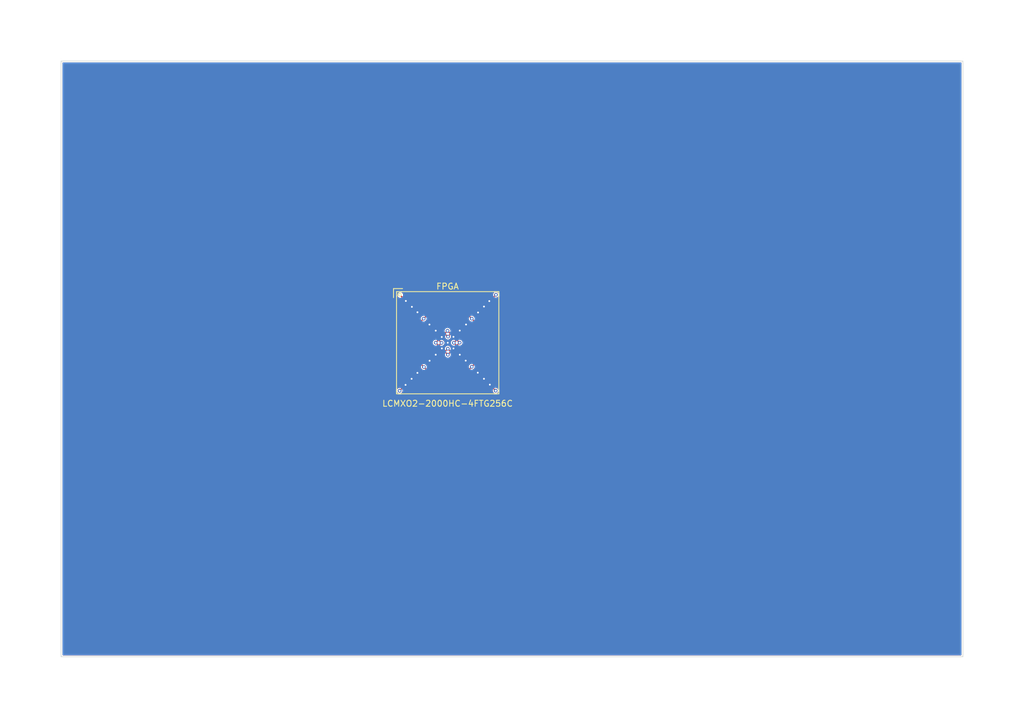
<source format=kicad_pcb>
(kicad_pcb (version 20171130) (host pcbnew "(5.0.1-3-g963ef8bb5)")
  (layers (0 F.Cu signal) (1 In1.Cu signal) (2 In2.Cu signal) (31 B.Cu signal) (34 B.Paste user) (35 F.Paste user) (36 B.SilkS user) (37 F.SilkS user) (38 B.Mask user) (39 F.Mask user) (44 Edge.Cuts user))
  (net 0 "")
  (net 1 3V3)
  (net 2 GND)
  (net 3 fpga_DONE)
  (net 4 fpga_TDO)
  (net 5 fpga_PROGRAMN)
  (net 6 fpga_TMS)
  (net 7 fpga_INITN)
  (net 8 fpga_TCK)
  (net 9 fpga_TDI)
  (net 10 NC)
  (module myelin-kicad:lattice_ftg256_fbga (layer F.Cu) (at 150.6018 69.6962)
    (fp_text reference FPGA (at -0.02298 -9.36866) (layer F.SilkS))
    (fp_text value LCMXO2-2000HC-4FTG256C (at -0.02298 10.11314) (layer F.SilkS))
    (fp_line (start -9 -9) (end -9 -7.5) (layer F.SilkS) (width 0.15))
    (fp_line (start -9 -9) (end -7.5 -9) (layer F.SilkS) (width 0.15))
    (fp_circle (center -8 -8) (end -8 -7.75) (layer F.SilkS) (width 0.15))
    (fp_line (start 8.5 -8.5) (end -8.5 -8.5) (layer F.SilkS) (width 0.15))
    (fp_line (start 8.5 8.5) (end 8.5 -8.5) (layer F.SilkS) (width 0.15))
    (fp_line (start -8.5 8.5) (end 8.5 8.5) (layer F.SilkS) (width 0.15))
    (fp_line (start -8.5 -8.5) (end -8.5 8.5) (layer F.SilkS) (width 0.15))
    (pad T16 smd circle (at 7.5 7.5) (size 0.4 0.4) (layers F.Cu F.Paste F.Mask) (net 1 3V3))
    (pad T15 smd circle (at 6.5 7.5) (size 0.4 0.4) (layers F.Cu F.Paste F.Mask))
    (pad T14 smd circle (at 5.5 7.5) (size 0.4 0.4) (layers F.Cu F.Paste F.Mask))
    (pad T13 smd circle (at 4.5 7.5) (size 0.4 0.4) (layers F.Cu F.Paste F.Mask))
    (pad T12 smd circle (at 3.5 7.5) (size 0.4 0.4) (layers F.Cu F.Paste F.Mask))
    (pad T11 smd circle (at 2.5 7.5) (size 0.4 0.4) (layers F.Cu F.Paste F.Mask))
    (pad T10 smd circle (at 1.5 7.5) (size 0.4 0.4) (layers F.Cu F.Paste F.Mask))
    (pad T9 smd circle (at 0.5 7.5) (size 0.4 0.4) (layers F.Cu F.Paste F.Mask))
    (pad T8 smd circle (at -0.5 7.5) (size 0.4 0.4) (layers F.Cu F.Paste F.Mask))
    (pad T7 smd circle (at -1.5 7.5) (size 0.4 0.4) (layers F.Cu F.Paste F.Mask))
    (pad T6 smd circle (at -2.5 7.5) (size 0.4 0.4) (layers F.Cu F.Paste F.Mask))
    (pad T5 smd circle (at -3.5 7.5) (size 0.4 0.4) (layers F.Cu F.Paste F.Mask))
    (pad T4 smd circle (at -4.5 7.5) (size 0.4 0.4) (layers F.Cu F.Paste F.Mask))
    (pad T3 smd circle (at -5.5 7.5) (size 0.4 0.4) (layers F.Cu F.Paste F.Mask))
    (pad T2 smd circle (at -6.5 7.5) (size 0.4 0.4) (layers F.Cu F.Paste F.Mask))
    (pad T1 smd circle (at -7.5 7.5) (size 0.4 0.4) (layers F.Cu F.Paste F.Mask) (net 1 3V3))
    (pad R16 smd circle (at 7.5 6.5) (size 0.4 0.4) (layers F.Cu F.Paste F.Mask))
    (pad R15 smd circle (at 6.5 6.5) (size 0.4 0.4) (layers F.Cu F.Paste F.Mask) (net 2 GND))
    (pad R14 smd circle (at 5.5 6.5) (size 0.4 0.4) (layers F.Cu F.Paste F.Mask))
    (pad R13 smd circle (at 4.5 6.5) (size 0.4 0.4) (layers F.Cu F.Paste F.Mask))
    (pad R12 smd circle (at 3.5 6.5) (size 0.4 0.4) (layers F.Cu F.Paste F.Mask))
    (pad R11 smd circle (at 2.5 6.5) (size 0.4 0.4) (layers F.Cu F.Paste F.Mask))
    (pad R10 smd circle (at 1.5 6.5) (size 0.4 0.4) (layers F.Cu F.Paste F.Mask))
    (pad R9 smd circle (at 0.5 6.5) (size 0.4 0.4) (layers F.Cu F.Paste F.Mask))
    (pad R8 smd circle (at -0.5 6.5) (size 0.4 0.4) (layers F.Cu F.Paste F.Mask))
    (pad R7 smd circle (at -1.5 6.5) (size 0.4 0.4) (layers F.Cu F.Paste F.Mask))
    (pad R6 smd circle (at -2.5 6.5) (size 0.4 0.4) (layers F.Cu F.Paste F.Mask))
    (pad R5 smd circle (at -3.5 6.5) (size 0.4 0.4) (layers F.Cu F.Paste F.Mask))
    (pad R4 smd circle (at -4.5 6.5) (size 0.4 0.4) (layers F.Cu F.Paste F.Mask))
    (pad R3 smd circle (at -5.5 6.5) (size 0.4 0.4) (layers F.Cu F.Paste F.Mask))
    (pad R2 smd circle (at -6.5 6.5) (size 0.4 0.4) (layers F.Cu F.Paste F.Mask) (net 2 GND))
    (pad R1 smd circle (at -7.5 6.5) (size 0.4 0.4) (layers F.Cu F.Paste F.Mask))
    (pad P16 smd circle (at 7.5 5.5) (size 0.4 0.4) (layers F.Cu F.Paste F.Mask))
    (pad P15 smd circle (at 6.5 5.5) (size 0.4 0.4) (layers F.Cu F.Paste F.Mask))
    (pad P14 smd circle (at 5.5 5.5) (size 0.4 0.4) (layers F.Cu F.Paste F.Mask) (net 2 GND))
    (pad P13 smd circle (at 4.5 5.5) (size 0.4 0.4) (layers F.Cu F.Paste F.Mask))
    (pad P12 smd circle (at 3.5 5.5) (size 0.4 0.4) (layers F.Cu F.Paste F.Mask))
    (pad P11 smd circle (at 2.5 5.5) (size 0.4 0.4) (layers F.Cu F.Paste F.Mask))
    (pad P10 smd circle (at 1.5 5.5) (size 0.4 0.4) (layers F.Cu F.Paste F.Mask))
    (pad P9 smd circle (at 0.5 5.5) (size 0.4 0.4) (layers F.Cu F.Paste F.Mask))
    (pad P8 smd circle (at -0.5 5.5) (size 0.4 0.4) (layers F.Cu F.Paste F.Mask))
    (pad P7 smd circle (at -1.5 5.5) (size 0.4 0.4) (layers F.Cu F.Paste F.Mask))
    (pad P6 smd circle (at -2.5 5.5) (size 0.4 0.4) (layers F.Cu F.Paste F.Mask))
    (pad P5 smd circle (at -3.5 5.5) (size 0.4 0.4) (layers F.Cu F.Paste F.Mask))
    (pad P4 smd circle (at -4.5 5.5) (size 0.4 0.4) (layers F.Cu F.Paste F.Mask))
    (pad P3 smd circle (at -5.5 5.5) (size 0.4 0.4) (layers F.Cu F.Paste F.Mask) (net 2 GND))
    (pad P2 smd circle (at -6.5 5.5) (size 0.4 0.4) (layers F.Cu F.Paste F.Mask))
    (pad P1 smd circle (at -7.5 5.5) (size 0.4 0.4) (layers F.Cu F.Paste F.Mask))
    (pad N16 smd circle (at 7.5 4.5) (size 0.4 0.4) (layers F.Cu F.Paste F.Mask))
    (pad N15 smd circle (at 6.5 4.5) (size 0.4 0.4) (layers F.Cu F.Paste F.Mask))
    (pad N14 smd circle (at 5.5 4.5) (size 0.4 0.4) (layers F.Cu F.Paste F.Mask))
    (pad N13 smd circle (at 4.5 4.5) (size 0.4 0.4) (layers F.Cu F.Paste F.Mask) (net 2 GND))
    (pad N12 smd circle (at 3.5 4.5) (size 0.4 0.4) (layers F.Cu F.Paste F.Mask) (net 1 3V3))
    (pad N11 smd circle (at 2.5 4.5) (size 0.4 0.4) (layers F.Cu F.Paste F.Mask))
    (pad N10 smd circle (at 1.5 4.5) (size 0.4 0.4) (layers F.Cu F.Paste F.Mask))
    (pad N9 smd circle (at 0.5 4.5) (size 0.4 0.4) (layers F.Cu F.Paste F.Mask))
    (pad N8 smd circle (at -0.5 4.5) (size 0.4 0.4) (layers F.Cu F.Paste F.Mask))
    (pad N7 smd circle (at -1.5 4.5) (size 0.4 0.4) (layers F.Cu F.Paste F.Mask))
    (pad N6 smd circle (at -2.5 4.5) (size 0.4 0.4) (layers F.Cu F.Paste F.Mask))
    (pad N5 smd circle (at -3.5 4.5) (size 0.4 0.4) (layers F.Cu F.Paste F.Mask) (net 1 3V3))
    (pad N4 smd circle (at -4.5 4.5) (size 0.4 0.4) (layers F.Cu F.Paste F.Mask) (net 2 GND))
    (pad N3 smd circle (at -5.5 4.5) (size 0.4 0.4) (layers F.Cu F.Paste F.Mask))
    (pad N2 smd circle (at -6.5 4.5) (size 0.4 0.4) (layers F.Cu F.Paste F.Mask))
    (pad N1 smd circle (at -7.5 4.5) (size 0.4 0.4) (layers F.Cu F.Paste F.Mask))
    (pad M16 smd circle (at 7.5 3.5) (size 0.4 0.4) (layers F.Cu F.Paste F.Mask))
    (pad M15 smd circle (at 6.5 3.5) (size 0.4 0.4) (layers F.Cu F.Paste F.Mask))
    (pad M14 smd circle (at 5.5 3.5) (size 0.4 0.4) (layers F.Cu F.Paste F.Mask))
    (pad M13 smd circle (at 4.5 3.5) (size 0.4 0.4) (layers F.Cu F.Paste F.Mask) (net 1 3V3))
    (pad M12 smd circle (at 3.5 3.5) (size 0.4 0.4) (layers F.Cu F.Paste F.Mask) (net 2 GND))
    (pad M11 smd circle (at 2.5 3.5) (size 0.4 0.4) (layers F.Cu F.Paste F.Mask))
    (pad M10 smd circle (at 1.5 3.5) (size 0.4 0.4) (layers F.Cu F.Paste F.Mask))
    (pad M9 smd circle (at 0.5 3.5) (size 0.4 0.4) (layers F.Cu F.Paste F.Mask))
    (pad M8 smd circle (at -0.5 3.5) (size 0.4 0.4) (layers F.Cu F.Paste F.Mask))
    (pad M7 smd circle (at -1.5 3.5) (size 0.4 0.4) (layers F.Cu F.Paste F.Mask))
    (pad M6 smd circle (at -2.5 3.5) (size 0.4 0.4) (layers F.Cu F.Paste F.Mask))
    (pad M5 smd circle (at -3.5 3.5) (size 0.4 0.4) (layers F.Cu F.Paste F.Mask) (net 2 GND))
    (pad M4 smd circle (at -4.5 3.5) (size 0.4 0.4) (layers F.Cu F.Paste F.Mask) (net 1 3V3))
    (pad M3 smd circle (at -5.5 3.5) (size 0.4 0.4) (layers F.Cu F.Paste F.Mask))
    (pad M2 smd circle (at -6.5 3.5) (size 0.4 0.4) (layers F.Cu F.Paste F.Mask))
    (pad M1 smd circle (at -7.5 3.5) (size 0.4 0.4) (layers F.Cu F.Paste F.Mask))
    (pad L16 smd circle (at 7.5 2.5) (size 0.4 0.4) (layers F.Cu F.Paste F.Mask))
    (pad L15 smd circle (at 6.5 2.5) (size 0.4 0.4) (layers F.Cu F.Paste F.Mask))
    (pad L14 smd circle (at 5.5 2.5) (size 0.4 0.4) (layers F.Cu F.Paste F.Mask))
    (pad L13 smd circle (at 4.5 2.5) (size 0.4 0.4) (layers F.Cu F.Paste F.Mask))
    (pad L12 smd circle (at 3.5 2.5) (size 0.4 0.4) (layers F.Cu F.Paste F.Mask))
    (pad L11 smd circle (at 2.5 2.5) (size 0.4 0.4) (layers F.Cu F.Paste F.Mask) (net 2 GND))
    (pad L10 smd circle (at 1.5 2.5) (size 0.4 0.4) (layers F.Cu F.Paste F.Mask))
    (pad L9 smd circle (at 0.5 2.5) (size 0.4 0.4) (layers F.Cu F.Paste F.Mask))
    (pad L8 smd circle (at -0.5 2.5) (size 0.4 0.4) (layers F.Cu F.Paste F.Mask))
    (pad L7 smd circle (at -1.5 2.5) (size 0.4 0.4) (layers F.Cu F.Paste F.Mask))
    (pad L6 smd circle (at -2.5 2.5) (size 0.4 0.4) (layers F.Cu F.Paste F.Mask) (net 2 GND))
    (pad L5 smd circle (at -3.5 2.5) (size 0.4 0.4) (layers F.Cu F.Paste F.Mask))
    (pad L4 smd circle (at -4.5 2.5) (size 0.4 0.4) (layers F.Cu F.Paste F.Mask))
    (pad L3 smd circle (at -5.5 2.5) (size 0.4 0.4) (layers F.Cu F.Paste F.Mask))
    (pad L2 smd circle (at -6.5 2.5) (size 0.4 0.4) (layers F.Cu F.Paste F.Mask))
    (pad L1 smd circle (at -7.5 2.5) (size 0.4 0.4) (layers F.Cu F.Paste F.Mask))
    (pad K16 smd circle (at 7.5 1.5) (size 0.4 0.4) (layers F.Cu F.Paste F.Mask))
    (pad K15 smd circle (at 6.5 1.5) (size 0.4 0.4) (layers F.Cu F.Paste F.Mask))
    (pad K14 smd circle (at 5.5 1.5) (size 0.4 0.4) (layers F.Cu F.Paste F.Mask))
    (pad K13 smd circle (at 4.5 1.5) (size 0.4 0.4) (layers F.Cu F.Paste F.Mask))
    (pad K12 smd circle (at 3.5 1.5) (size 0.4 0.4) (layers F.Cu F.Paste F.Mask))
    (pad K11 smd circle (at 2.5 1.5) (size 0.4 0.4) (layers F.Cu F.Paste F.Mask))
    (pad K10 smd circle (at 1.5 1.5) (size 0.4 0.4) (layers F.Cu F.Paste F.Mask) (net 1 3V3))
    (pad K9 smd circle (at 0.5 1.5) (size 0.4 0.4) (layers F.Cu F.Paste F.Mask) (net 1 3V3))
    (pad K8 smd circle (at -0.5 1.5) (size 0.4 0.4) (layers F.Cu F.Paste F.Mask) (net 1 3V3))
    (pad K7 smd circle (at -1.5 1.5) (size 0.4 0.4) (layers F.Cu F.Paste F.Mask) (net 1 3V3))
    (pad K6 smd circle (at -2.5 1.5) (size 0.4 0.4) (layers F.Cu F.Paste F.Mask))
    (pad K5 smd circle (at -3.5 1.5) (size 0.4 0.4) (layers F.Cu F.Paste F.Mask))
    (pad K4 smd circle (at -4.5 1.5) (size 0.4 0.4) (layers F.Cu F.Paste F.Mask))
    (pad K3 smd circle (at -5.5 1.5) (size 0.4 0.4) (layers F.Cu F.Paste F.Mask))
    (pad K2 smd circle (at -6.5 1.5) (size 0.4 0.4) (layers F.Cu F.Paste F.Mask))
    (pad K1 smd circle (at -7.5 1.5) (size 0.4 0.4) (layers F.Cu F.Paste F.Mask))
    (pad J16 smd circle (at 7.5 0.5) (size 0.4 0.4) (layers F.Cu F.Paste F.Mask))
    (pad J15 smd circle (at 6.5 0.5) (size 0.4 0.4) (layers F.Cu F.Paste F.Mask))
    (pad J14 smd circle (at 5.5 0.5) (size 0.4 0.4) (layers F.Cu F.Paste F.Mask))
    (pad J13 smd circle (at 4.5 0.5) (size 0.4 0.4) (layers F.Cu F.Paste F.Mask))
    (pad J12 smd circle (at 3.5 0.5) (size 0.4 0.4) (layers F.Cu F.Paste F.Mask))
    (pad J11 smd circle (at 2.5 0.5) (size 0.4 0.4) (layers F.Cu F.Paste F.Mask))
    (pad J10 smd circle (at 1.5 0.5) (size 0.4 0.4) (layers F.Cu F.Paste F.Mask) (net 1 3V3))
    (pad J9 smd circle (at 0.5 0.5) (size 0.4 0.4) (layers F.Cu F.Paste F.Mask) (net 2 GND))
    (pad J8 smd circle (at -0.5 0.5) (size 0.4 0.4) (layers F.Cu F.Paste F.Mask) (net 2 GND))
    (pad J7 smd circle (at -1.5 0.5) (size 0.4 0.4) (layers F.Cu F.Paste F.Mask) (net 1 3V3))
    (pad J6 smd circle (at -2.5 0.5) (size 0.4 0.4) (layers F.Cu F.Paste F.Mask))
    (pad J5 smd circle (at -3.5 0.5) (size 0.4 0.4) (layers F.Cu F.Paste F.Mask))
    (pad J4 smd circle (at -4.5 0.5) (size 0.4 0.4) (layers F.Cu F.Paste F.Mask))
    (pad J3 smd circle (at -5.5 0.5) (size 0.4 0.4) (layers F.Cu F.Paste F.Mask))
    (pad J2 smd circle (at -6.5 0.5) (size 0.4 0.4) (layers F.Cu F.Paste F.Mask))
    (pad J1 smd circle (at -7.5 0.5) (size 0.4 0.4) (layers F.Cu F.Paste F.Mask))
    (pad H16 smd circle (at 7.5 -0.5) (size 0.4 0.4) (layers F.Cu F.Paste F.Mask))
    (pad H15 smd circle (at 6.5 -0.5) (size 0.4 0.4) (layers F.Cu F.Paste F.Mask))
    (pad H14 smd circle (at 5.5 -0.5) (size 0.4 0.4) (layers F.Cu F.Paste F.Mask))
    (pad H13 smd circle (at 4.5 -0.5) (size 0.4 0.4) (layers F.Cu F.Paste F.Mask))
    (pad H12 smd circle (at 3.5 -0.5) (size 0.4 0.4) (layers F.Cu F.Paste F.Mask))
    (pad H11 smd circle (at 2.5 -0.5) (size 0.4 0.4) (layers F.Cu F.Paste F.Mask))
    (pad H10 smd circle (at 1.5 -0.5) (size 0.4 0.4) (layers F.Cu F.Paste F.Mask) (net 1 3V3))
    (pad H9 smd circle (at 0.5 -0.5) (size 0.4 0.4) (layers F.Cu F.Paste F.Mask) (net 2 GND))
    (pad H8 smd circle (at -0.5 -0.5) (size 0.4 0.4) (layers F.Cu F.Paste F.Mask) (net 2 GND))
    (pad H7 smd circle (at -1.5 -0.5) (size 0.4 0.4) (layers F.Cu F.Paste F.Mask) (net 1 3V3))
    (pad H6 smd circle (at -2.5 -0.5) (size 0.4 0.4) (layers F.Cu F.Paste F.Mask))
    (pad H5 smd circle (at -3.5 -0.5) (size 0.4 0.4) (layers F.Cu F.Paste F.Mask))
    (pad H4 smd circle (at -4.5 -0.5) (size 0.4 0.4) (layers F.Cu F.Paste F.Mask))
    (pad H3 smd circle (at -5.5 -0.5) (size 0.4 0.4) (layers F.Cu F.Paste F.Mask))
    (pad H2 smd circle (at -6.5 -0.5) (size 0.4 0.4) (layers F.Cu F.Paste F.Mask))
    (pad H1 smd circle (at -7.5 -0.5) (size 0.4 0.4) (layers F.Cu F.Paste F.Mask))
    (pad G16 smd circle (at 7.5 -1.5) (size 0.4 0.4) (layers F.Cu F.Paste F.Mask))
    (pad G15 smd circle (at 6.5 -1.5) (size 0.4 0.4) (layers F.Cu F.Paste F.Mask))
    (pad G14 smd circle (at 5.5 -1.5) (size 0.4 0.4) (layers F.Cu F.Paste F.Mask))
    (pad G13 smd circle (at 4.5 -1.5) (size 0.4 0.4) (layers F.Cu F.Paste F.Mask))
    (pad G12 smd circle (at 3.5 -1.5) (size 0.4 0.4) (layers F.Cu F.Paste F.Mask))
    (pad G11 smd circle (at 2.5 -1.5) (size 0.4 0.4) (layers F.Cu F.Paste F.Mask))
    (pad G10 smd circle (at 1.5 -1.5) (size 0.4 0.4) (layers F.Cu F.Paste F.Mask) (net 1 3V3))
    (pad G9 smd circle (at 0.5 -1.5) (size 0.4 0.4) (layers F.Cu F.Paste F.Mask) (net 1 3V3))
    (pad G8 smd circle (at -0.5 -1.5) (size 0.4 0.4) (layers F.Cu F.Paste F.Mask) (net 1 3V3))
    (pad G7 smd circle (at -1.5 -1.5) (size 0.4 0.4) (layers F.Cu F.Paste F.Mask) (net 1 3V3))
    (pad G6 smd circle (at -2.5 -1.5) (size 0.4 0.4) (layers F.Cu F.Paste F.Mask))
    (pad G5 smd circle (at -3.5 -1.5) (size 0.4 0.4) (layers F.Cu F.Paste F.Mask))
    (pad G4 smd circle (at -4.5 -1.5) (size 0.4 0.4) (layers F.Cu F.Paste F.Mask))
    (pad G3 smd circle (at -5.5 -1.5) (size 0.4 0.4) (layers F.Cu F.Paste F.Mask))
    (pad G2 smd circle (at -6.5 -1.5) (size 0.4 0.4) (layers F.Cu F.Paste F.Mask))
    (pad G1 smd circle (at -7.5 -1.5) (size 0.4 0.4) (layers F.Cu F.Paste F.Mask))
    (pad F16 smd circle (at 7.5 -2.5) (size 0.4 0.4) (layers F.Cu F.Paste F.Mask))
    (pad F15 smd circle (at 6.5 -2.5) (size 0.4 0.4) (layers F.Cu F.Paste F.Mask))
    (pad F14 smd circle (at 5.5 -2.5) (size 0.4 0.4) (layers F.Cu F.Paste F.Mask))
    (pad F13 smd circle (at 4.5 -2.5) (size 0.4 0.4) (layers F.Cu F.Paste F.Mask))
    (pad F12 smd circle (at 3.5 -2.5) (size 0.4 0.4) (layers F.Cu F.Paste F.Mask))
    (pad F11 smd circle (at 2.5 -2.5) (size 0.4 0.4) (layers F.Cu F.Paste F.Mask) (net 2 GND))
    (pad F10 smd circle (at 1.5 -2.5) (size 0.4 0.4) (layers F.Cu F.Paste F.Mask))
    (pad F9 smd circle (at 0.5 -2.5) (size 0.4 0.4) (layers F.Cu F.Paste F.Mask))
    (pad F8 smd circle (at -0.5 -2.5) (size 0.4 0.4) (layers F.Cu F.Paste F.Mask))
    (pad F7 smd circle (at -1.5 -2.5) (size 0.4 0.4) (layers F.Cu F.Paste F.Mask))
    (pad F6 smd circle (at -2.5 -2.5) (size 0.4 0.4) (layers F.Cu F.Paste F.Mask) (net 2 GND))
    (pad F5 smd circle (at -3.5 -2.5) (size 0.4 0.4) (layers F.Cu F.Paste F.Mask))
    (pad F4 smd circle (at -4.5 -2.5) (size 0.4 0.4) (layers F.Cu F.Paste F.Mask))
    (pad F3 smd circle (at -5.5 -2.5) (size 0.4 0.4) (layers F.Cu F.Paste F.Mask))
    (pad F2 smd circle (at -6.5 -2.5) (size 0.4 0.4) (layers F.Cu F.Paste F.Mask))
    (pad F1 smd circle (at -7.5 -2.5) (size 0.4 0.4) (layers F.Cu F.Paste F.Mask))
    (pad E16 smd circle (at 7.5 -3.5) (size 0.4 0.4) (layers F.Cu F.Paste F.Mask))
    (pad E15 smd circle (at 6.5 -3.5) (size 0.4 0.4) (layers F.Cu F.Paste F.Mask))
    (pad E14 smd circle (at 5.5 -3.5) (size 0.4 0.4) (layers F.Cu F.Paste F.Mask))
    (pad E13 smd circle (at 4.5 -3.5) (size 0.4 0.4) (layers F.Cu F.Paste F.Mask) (net 1 3V3))
    (pad E12 smd circle (at 3.5 -3.5) (size 0.4 0.4) (layers F.Cu F.Paste F.Mask) (net 2 GND))
    (pad E11 smd circle (at 2.5 -3.5) (size 0.4 0.4) (layers F.Cu F.Paste F.Mask))
    (pad E10 smd circle (at 1.5 -3.5) (size 0.4 0.4) (layers F.Cu F.Paste F.Mask))
    (pad E9 smd circle (at 0.5 -3.5) (size 0.4 0.4) (layers F.Cu F.Paste F.Mask))
    (pad E8 smd circle (at -0.5 -3.5) (size 0.4 0.4) (layers F.Cu F.Paste F.Mask))
    (pad E7 smd circle (at -1.5 -3.5) (size 0.4 0.4) (layers F.Cu F.Paste F.Mask))
    (pad E6 smd circle (at -2.5 -3.5) (size 0.4 0.4) (layers F.Cu F.Paste F.Mask))
    (pad E5 smd circle (at -3.5 -3.5) (size 0.4 0.4) (layers F.Cu F.Paste F.Mask) (net 2 GND))
    (pad E4 smd circle (at -4.5 -3.5) (size 0.4 0.4) (layers F.Cu F.Paste F.Mask) (net 1 3V3))
    (pad E3 smd circle (at -5.5 -3.5) (size 0.4 0.4) (layers F.Cu F.Paste F.Mask))
    (pad E2 smd circle (at -6.5 -3.5) (size 0.4 0.4) (layers F.Cu F.Paste F.Mask))
    (pad E1 smd circle (at -7.5 -3.5) (size 0.4 0.4) (layers F.Cu F.Paste F.Mask))
    (pad D16 smd circle (at 7.5 -4.5) (size 0.4 0.4) (layers F.Cu F.Paste F.Mask))
    (pad D15 smd circle (at 6.5 -4.5) (size 0.4 0.4) (layers F.Cu F.Paste F.Mask))
    (pad D14 smd circle (at 5.5 -4.5) (size 0.4 0.4) (layers F.Cu F.Paste F.Mask))
    (pad D13 smd circle (at 4.5 -4.5) (size 0.4 0.4) (layers F.Cu F.Paste F.Mask) (net 2 GND))
    (pad D12 smd circle (at 3.5 -4.5) (size 0.4 0.4) (layers F.Cu F.Paste F.Mask) (net 1 3V3))
    (pad D11 smd circle (at 2.5 -4.5) (size 0.4 0.4) (layers F.Cu F.Paste F.Mask))
    (pad D10 smd circle (at 1.5 -4.5) (size 0.4 0.4) (layers F.Cu F.Paste F.Mask))
    (pad D9 smd circle (at 0.5 -4.5) (size 0.4 0.4) (layers F.Cu F.Paste F.Mask))
    (pad D8 smd circle (at -0.5 -4.5) (size 0.4 0.4) (layers F.Cu F.Paste F.Mask))
    (pad D7 smd circle (at -1.5 -4.5) (size 0.4 0.4) (layers F.Cu F.Paste F.Mask))
    (pad D6 smd circle (at -2.5 -4.5) (size 0.4 0.4) (layers F.Cu F.Paste F.Mask))
    (pad D5 smd circle (at -3.5 -4.5) (size 0.4 0.4) (layers F.Cu F.Paste F.Mask) (net 1 3V3))
    (pad D4 smd circle (at -4.5 -4.5) (size 0.4 0.4) (layers F.Cu F.Paste F.Mask) (net 2 GND))
    (pad D3 smd circle (at -5.5 -4.5) (size 0.4 0.4) (layers F.Cu F.Paste F.Mask))
    (pad D2 smd circle (at -6.5 -4.5) (size 0.4 0.4) (layers F.Cu F.Paste F.Mask))
    (pad D1 smd circle (at -7.5 -4.5) (size 0.4 0.4) (layers F.Cu F.Paste F.Mask))
    (pad C16 smd circle (at 7.5 -5.5) (size 0.4 0.4) (layers F.Cu F.Paste F.Mask))
    (pad C15 smd circle (at 6.5 -5.5) (size 0.4 0.4) (layers F.Cu F.Paste F.Mask))
    (pad C14 smd circle (at 5.5 -5.5) (size 0.4 0.4) (layers F.Cu F.Paste F.Mask) (net 2 GND))
    (pad C13 smd circle (at 4.5 -5.5) (size 0.4 0.4) (layers F.Cu F.Paste F.Mask) (net 3 fpga_DONE))
    (pad C12 smd circle (at 3.5 -5.5) (size 0.4 0.4) (layers F.Cu F.Paste F.Mask))
    (pad C11 smd circle (at 2.5 -5.5) (size 0.4 0.4) (layers F.Cu F.Paste F.Mask))
    (pad C10 smd circle (at 1.5 -5.5) (size 0.4 0.4) (layers F.Cu F.Paste F.Mask))
    (pad C9 smd circle (at 0.5 -5.5) (size 0.4 0.4) (layers F.Cu F.Paste F.Mask))
    (pad C8 smd circle (at -0.5 -5.5) (size 0.4 0.4) (layers F.Cu F.Paste F.Mask))
    (pad C7 smd circle (at -1.5 -5.5) (size 0.4 0.4) (layers F.Cu F.Paste F.Mask))
    (pad C6 smd circle (at -2.5 -5.5) (size 0.4 0.4) (layers F.Cu F.Paste F.Mask) (net 4 fpga_TDO))
    (pad C5 smd circle (at -3.5 -5.5) (size 0.4 0.4) (layers F.Cu F.Paste F.Mask))
    (pad C4 smd circle (at -4.5 -5.5) (size 0.4 0.4) (layers F.Cu F.Paste F.Mask))
    (pad C3 smd circle (at -5.5 -5.5) (size 0.4 0.4) (layers F.Cu F.Paste F.Mask) (net 2 GND))
    (pad C2 smd circle (at -6.5 -5.5) (size 0.4 0.4) (layers F.Cu F.Paste F.Mask))
    (pad C1 smd circle (at -7.5 -5.5) (size 0.4 0.4) (layers F.Cu F.Paste F.Mask))
    (pad B16 smd circle (at 7.5 -6.5) (size 0.4 0.4) (layers F.Cu F.Paste F.Mask))
    (pad B15 smd circle (at 6.5 -6.5) (size 0.4 0.4) (layers F.Cu F.Paste F.Mask) (net 2 GND))
    (pad B14 smd circle (at 5.5 -6.5) (size 0.4 0.4) (layers F.Cu F.Paste F.Mask))
    (pad B13 smd circle (at 4.5 -6.5) (size 0.4 0.4) (layers F.Cu F.Paste F.Mask))
    (pad B12 smd circle (at 3.5 -6.5) (size 0.4 0.4) (layers F.Cu F.Paste F.Mask))
    (pad B11 smd circle (at 2.5 -6.5) (size 0.4 0.4) (layers F.Cu F.Paste F.Mask))
    (pad B10 smd circle (at 1.5 -6.5) (size 0.4 0.4) (layers F.Cu F.Paste F.Mask) (net 5 fpga_PROGRAMN))
    (pad B9 smd circle (at 0.5 -6.5) (size 0.4 0.4) (layers F.Cu F.Paste F.Mask))
    (pad B8 smd circle (at -0.5 -6.5) (size 0.4 0.4) (layers F.Cu F.Paste F.Mask) (net 6 fpga_TMS))
    (pad B7 smd circle (at -1.5 -6.5) (size 0.4 0.4) (layers F.Cu F.Paste F.Mask))
    (pad B6 smd circle (at -2.5 -6.5) (size 0.4 0.4) (layers F.Cu F.Paste F.Mask))
    (pad B5 smd circle (at -3.5 -6.5) (size 0.4 0.4) (layers F.Cu F.Paste F.Mask))
    (pad B4 smd circle (at -4.5 -6.5) (size 0.4 0.4) (layers F.Cu F.Paste F.Mask))
    (pad B3 smd circle (at -5.5 -6.5) (size 0.4 0.4) (layers F.Cu F.Paste F.Mask))
    (pad B2 smd circle (at -6.5 -6.5) (size 0.4 0.4) (layers F.Cu F.Paste F.Mask) (net 2 GND))
    (pad B1 smd circle (at -7.5 -6.5) (size 0.4 0.4) (layers F.Cu F.Paste F.Mask))
    (pad A16 smd circle (at 7.5 -7.5) (size 0.4 0.4) (layers F.Cu F.Paste F.Mask) (net 1 3V3))
    (pad A15 smd circle (at 6.5 -7.5) (size 0.4 0.4) (layers F.Cu F.Paste F.Mask))
    (pad A14 smd circle (at 5.5 -7.5) (size 0.4 0.4) (layers F.Cu F.Paste F.Mask))
    (pad A13 smd circle (at 4.5 -7.5) (size 0.4 0.4) (layers F.Cu F.Paste F.Mask) (net 7 fpga_INITN))
    (pad A12 smd circle (at 3.5 -7.5) (size 0.4 0.4) (layers F.Cu F.Paste F.Mask))
    (pad A11 smd circle (at 2.5 -7.5) (size 0.4 0.4) (layers F.Cu F.Paste F.Mask))
    (pad A10 smd circle (at 1.5 -7.5) (size 0.4 0.4) (layers F.Cu F.Paste F.Mask))
    (pad A9 smd circle (at 0.5 -7.5) (size 0.4 0.4) (layers F.Cu F.Paste F.Mask))
    (pad A8 smd circle (at -0.5 -7.5) (size 0.4 0.4) (layers F.Cu F.Paste F.Mask))
    (pad A7 smd circle (at -1.5 -7.5) (size 0.4 0.4) (layers F.Cu F.Paste F.Mask) (net 8 fpga_TCK))
    (pad A6 smd circle (at -2.5 -7.5) (size 0.4 0.4) (layers F.Cu F.Paste F.Mask) (net 9 fpga_TDI))
    (pad A5 smd circle (at -3.5 -7.5) (size 0.4 0.4) (layers F.Cu F.Paste F.Mask))
    (pad A4 smd circle (at -4.5 -7.5) (size 0.4 0.4) (layers F.Cu F.Paste F.Mask))
    (pad A3 smd circle (at -5.5 -7.5) (size 0.4 0.4) (layers F.Cu F.Paste F.Mask))
    (pad A2 smd circle (at -6.5 -7.5) (size 0.4 0.4) (layers F.Cu F.Paste F.Mask) (net 10 NC))
    (pad A1 smd circle (at -7.5 -7.5) (size 0.4 0.4) (layers F.Cu F.Paste F.Mask) (net 1 3V3))
  )
  (gr_line (start 86.36 121.92) (end 86.36 22.86) (layer Edge.Cuts) (width 0.1))
  (gr_line (start 236.22 121.92) (end 86.36 121.92) (layer Edge.Cuts) (width 0.1))
  (gr_line (start 236.22 22.86) (end 236.22 121.92) (layer Edge.Cuts) (width 0.1))
  (gr_line (start 86.36 22.86) (end 236.22 22.86) (layer Edge.Cuts) (width 0.1))
  (via (at 146.6088 65.6971) (size 0.6) (drill 0.3) (layers F.Cu B.Cu) (net 1))
  (segment (start 146.1097 66.1962) (end 146.6088 65.6971) (width 0.1778) (layer F.Cu) (net 1))
  (segment (start 146.1018 66.1962) (end 146.1097 66.1962) (width 0.1778) (layer F.Cu) (net 1))
  (segment (start 147.1018 65.2041) (end 146.6088 65.6971) (width 0.1778) (layer F.Cu) (net 1))
  (segment (start 147.1018 65.1962) (end 147.1018 65.2041) (width 0.1778) (layer F.Cu) (net 1))
  (via (at 150.622 70.6882) (size 0.6) (drill 0.3) (layers F.Cu B.Cu) (net 1))
  (segment (start 150.114 71.1962) (end 150.622 70.6882) (width 0.1778) (layer F.Cu) (net 1))
  (segment (start 150.1018 71.1962) (end 150.114 71.1962) (width 0.1778) (layer F.Cu) (net 1))
  (segment (start 151.1018 71.168) (end 150.622 70.6882) (width 0.1778) (layer F.Cu) (net 1))
  (segment (start 151.1018 71.1962) (end 151.1018 71.168) (width 0.1778) (layer F.Cu) (net 1))
  (segment (start 149.1018 71.1962) (end 150.1018 71.1962) (width 0.1778) (layer F.Cu) (net 1))
  (segment (start 149.1018 71.1962) (end 149.1018 70.1962) (width 0.1778) (layer F.Cu) (net 1))
  (segment (start 149.1074 70.1962) (end 149.5806 69.723) (width 0.1778) (layer F.Cu) (net 1))
  (via (at 149.5806 69.723) (size 0.6) (drill 0.3) (layers F.Cu B.Cu) (net 1))
  (segment (start 149.1018 70.1962) (end 149.1074 70.1962) (width 0.1778) (layer F.Cu) (net 1))
  (segment (start 149.1018 69.2442) (end 149.5806 69.723) (width 0.1778) (layer F.Cu) (net 1))
  (segment (start 149.1018 69.1962) (end 149.1018 69.2442) (width 0.1778) (layer F.Cu) (net 1))
  (segment (start 149.1018 68.1962) (end 150.1018 68.1962) (width 0.1778) (layer F.Cu) (net 1))
  (segment (start 151.1018 68.1962) (end 152.1018 68.1962) (width 0.1778) (layer F.Cu) (net 1))
  (segment (start 152.1018 68.1962) (end 152.1018 69.1962) (width 0.1778) (layer F.Cu) (net 1))
  (via (at 151.6126 69.7103) (size 0.6) (drill 0.3) (layers F.Cu B.Cu) (net 1))
  (segment (start 152.1018 69.2211) (end 151.6126 69.7103) (width 0.1778) (layer F.Cu) (net 1))
  (segment (start 152.1018 69.1962) (end 152.1018 69.2211) (width 0.1778) (layer F.Cu) (net 1))
  (segment (start 152.0985 70.1962) (end 151.6126 69.7103) (width 0.1778) (layer F.Cu) (net 1))
  (segment (start 152.1018 70.1962) (end 152.0985 70.1962) (width 0.1778) (layer F.Cu) (net 1))
  (segment (start 151.1018 71.1962) (end 152.1018 71.1962) (width 0.1778) (layer F.Cu) (net 1))
  (segment (start 152.1018 71.1962) (end 152.1018 70.1962) (width 0.1778) (layer F.Cu) (net 1))
  (via (at 154.5971 65.6915) (size 0.6) (drill 0.3) (layers F.Cu B.Cu) (net 1))
  (segment (start 154.1018 65.1962) (end 154.5971 65.6915) (width 0.1778) (layer F.Cu) (net 1))
  (segment (start 154.5971 65.6915) (end 155.1018 66.1962) (width 0.1778) (layer F.Cu) (net 1))
  (via (at 146.6418 73.7362) (size 0.6) (drill 0.3) (layers F.Cu B.Cu) (net 1))
  (segment (start 146.1018 73.1962) (end 146.6418 73.7362) (width 0.1778) (layer F.Cu) (net 1))
  (segment (start 146.6418 73.7362) (end 147.1018 74.1962) (width 0.1778) (layer F.Cu) (net 1))
  (via (at 142.6083 77.6859) (size 0.6) (drill 0.3) (layers F.Cu B.Cu) (net 1))
  (segment (start 143.098 77.1962) (end 142.6083 77.6859) (width 0.1778) (layer F.Cu) (net 1))
  (segment (start 143.1018 77.1962) (end 143.098 77.1962) (width 0.1778) (layer F.Cu) (net 1))
  (via (at 158.5722 77.6732) (size 0.6) (drill 0.3) (layers F.Cu B.Cu) (net 1))
  (segment (start 158.1018 77.2028) (end 158.5722 77.6732) (width 0.1778) (layer F.Cu) (net 1))
  (segment (start 158.1018 77.1962) (end 158.1018 77.2028) (width 0.1778) (layer F.Cu) (net 1))
  (segment (start 155.1018 73.1962) (end 154.5971 73.7009) (width 0.1778) (layer F.Cu) (net 1))
  (via (at 154.5971 73.7009) (size 0.6) (drill 0.3) (layers F.Cu B.Cu) (net 1))
  (segment (start 154.5971 73.7009) (end 154.1018 74.1962) (width 0.1778) (layer F.Cu) (net 1))
  (via (at 158.623 61.722) (size 0.6) (drill 0.3) (layers F.Cu B.Cu) (net 1))
  (segment (start 158.1488 62.1962) (end 158.623 61.722) (width 0.1778) (layer F.Cu) (net 1))
  (segment (start 158.1018 62.1962) (end 158.1488 62.1962) (width 0.1778) (layer F.Cu) (net 1))
  (segment (start 150.1018 68.19088) (end 150.57374 67.71894) (width 0.1778) (layer F.Cu) (net 1))
  (segment (start 150.1018 68.1962) (end 150.1018 68.19088) (width 0.1778) (layer F.Cu) (net 1))
  (segment (start 151.051 68.1962) (end 150.57374 67.71894) (width 0.1778) (layer F.Cu) (net 1))
  (segment (start 151.1018 68.1962) (end 151.051 68.1962) (width 0.1778) (layer F.Cu) (net 1))
  (via (at 150.57374 67.71894) (size 0.6) (drill 0.3) (layers F.Cu B.Cu) (net 1))
  (via (at 148.60778 69.69506) (size 0.6) (drill 0.3) (layers F.Cu B.Cu) (net 1))
  (segment (start 149.1018 69.20104) (end 148.60778 69.69506) (width 0.1778) (layer F.Cu) (net 1))
  (segment (start 149.1018 69.1962) (end 149.1018 69.20104) (width 0.1778) (layer F.Cu) (net 1))
  (segment (start 149.10054 68.19746) (end 149.1018 68.1962) (width 0.1778) (layer F.Cu) (net 1))
  (segment (start 149.10054 69.19494) (end 149.10054 68.19746) (width 0.1778) (layer F.Cu) (net 1))
  (segment (start 149.1018 69.1962) (end 149.10054 69.19494) (width 0.1778) (layer F.Cu) (net 1))
  (segment (start 150.1018 68.1962) (end 150.585437 68.679837) (width 0.1778) (layer F.Cu) (net 1))
  (segment (start 151.1018 68.1962) (end 150.65911 68.63889) (width 0.1778) (layer F.Cu) (net 1))
  (via (at 150.65911 68.679837) (size 0.6) (drill 0.3) (layers F.Cu B.Cu) (net 1))
  (segment (start 150.585437 68.679837) (end 150.65911 68.679837) (width 0.1778) (layer F.Cu) (net 1))
  (segment (start 150.65911 68.63889) (end 150.65911 68.679837) (width 0.1778) (layer F.Cu) (net 1))
  (via (at 152.58542 69.68998) (size 0.6) (drill 0.3) (layers F.Cu B.Cu) (net 1))
  (segment (start 152.1018 69.20636) (end 152.58542 69.68998) (width 0.1778) (layer F.Cu) (net 1))
  (segment (start 152.1018 69.1962) (end 152.1018 69.20636) (width 0.1778) (layer F.Cu) (net 1))
  (segment (start 152.1018 70.1736) (end 152.58542 69.68998) (width 0.1778) (layer F.Cu) (net 1))
  (segment (start 152.1018 70.1962) (end 152.1018 70.1736) (width 0.1778) (layer F.Cu) (net 1))
  (via (at 150.62708 71.6915) (size 0.6) (drill 0.3) (layers F.Cu B.Cu) (net 1))
  (segment (start 151.1018 71.21678) (end 150.62708 71.6915) (width 0.1778) (layer F.Cu) (net 1))
  (segment (start 151.1018 71.1962) (end 151.1018 71.21678) (width 0.1778) (layer F.Cu) (net 1))
  (segment (start 150.13178 71.1962) (end 150.62708 71.6915) (width 0.1778) (layer F.Cu) (net 1))
  (segment (start 150.1018 71.1962) (end 150.13178 71.1962) (width 0.1778) (layer F.Cu) (net 1))
  (segment (start 148.60778 69.70218) (end 149.1018 70.1962) (width 0.1778) (layer F.Cu) (net 1))
  (segment (start 148.60778 69.69506) (end 148.60778 69.70218) (width 0.1778) (layer F.Cu) (net 1))
  (via (at 142.60068 61.69152) (size 0.6) (drill 0.3) (layers F.Cu B.Cu) (net 1))
  (segment (start 143.1018 62.1962) (end 142.60068 61.69508) (width 0.1778) (layer F.Cu) (net 1))
  (segment (start 142.60068 61.69508) (end 142.60068 61.69152) (width 0.1778) (layer F.Cu) (net 1))
  (via (at 143.6497 62.7507) (size 0.6) (drill 0.3) (layers F.Cu B.Cu) (net 2))
  (segment (start 144.0952 63.1962) (end 143.6497 62.7507) (width 0.1778) (layer F.Cu) (net 2))
  (segment (start 144.1018 63.1962) (end 144.0952 63.1962) (width 0.1778) (layer F.Cu) (net 2))
  (via (at 144.653 63.7286) (size 0.6) (drill 0.3) (layers F.Cu B.Cu) (net 2))
  (segment (start 145.1018 64.1774) (end 144.653 63.7286) (width 0.1778) (layer F.Cu) (net 2))
  (segment (start 145.1018 64.1962) (end 145.1018 64.1774) (width 0.1778) (layer F.Cu) (net 2))
  (via (at 145.5801 64.6303) (size 0.6) (drill 0.3) (layers F.Cu B.Cu) (net 2))
  (segment (start 146.1018 65.152) (end 145.5801 64.6303) (width 0.1778) (layer F.Cu) (net 2))
  (segment (start 146.1018 65.1962) (end 146.1018 65.152) (width 0.1778) (layer F.Cu) (net 2))
  (via (at 147.574 66.675) (size 0.6) (drill 0.3) (layers F.Cu B.Cu) (net 2))
  (segment (start 147.1018 66.2028) (end 147.574 66.675) (width 0.1778) (layer F.Cu) (net 2))
  (segment (start 147.1018 66.1962) (end 147.1018 66.2028) (width 0.1778) (layer F.Cu) (net 2))
  (via (at 148.6154 67.691) (size 0.6) (drill 0.3) (layers F.Cu B.Cu) (net 2))
  (segment (start 148.1206 67.1962) (end 148.6154 67.691) (width 0.1778) (layer F.Cu) (net 2))
  (segment (start 148.1018 67.1962) (end 148.1206 67.1962) (width 0.1778) (layer F.Cu) (net 2))
  (via (at 150.6093 69.6976) (size 0.6) (drill 0.3) (layers F.Cu B.Cu) (net 2))
  (segment (start 150.1079 69.1962) (end 150.6093 69.6976) (width 0.1778) (layer F.Cu) (net 2))
  (segment (start 150.1018 69.1962) (end 150.1079 69.1962) (width 0.1778) (layer F.Cu) (net 2))
  (segment (start 151.1018 70.1901) (end 150.6093 69.6976) (width 0.1778) (layer F.Cu) (net 2))
  (segment (start 151.1018 70.1962) (end 151.1018 70.1901) (width 0.1778) (layer F.Cu) (net 2))
  (segment (start 150.1107 70.1962) (end 150.6093 69.6976) (width 0.1778) (layer F.Cu) (net 2))
  (segment (start 150.1018 70.1962) (end 150.1107 70.1962) (width 0.1778) (layer F.Cu) (net 2))
  (segment (start 151.1018 69.2051) (end 150.6093 69.6976) (width 0.1778) (layer F.Cu) (net 2))
  (segment (start 151.1018 69.1962) (end 151.1018 69.2051) (width 0.1778) (layer F.Cu) (net 2))
  (via (at 151.5618 68.7197) (size 0.6) (drill 0.3) (layers F.Cu B.Cu) (net 2))
  (segment (start 151.1018 69.1797) (end 151.5618 68.7197) (width 0.1778) (layer F.Cu) (net 2))
  (segment (start 151.1018 69.1962) (end 151.1018 69.1797) (width 0.1778) (layer F.Cu) (net 2))
  (via (at 149.6314 70.6501) (size 0.6) (drill 0.3) (layers F.Cu B.Cu) (net 2))
  (segment (start 150.0853 70.1962) (end 149.6314 70.6501) (width 0.1778) (layer F.Cu) (net 2))
  (segment (start 150.1018 70.1962) (end 150.0853 70.1962) (width 0.1778) (layer F.Cu) (net 2))
  (via (at 151.5618 70.6501) (size 0.6) (drill 0.3) (layers F.Cu B.Cu) (net 2))
  (segment (start 151.1079 70.1962) (end 151.5618 70.6501) (width 0.1778) (layer F.Cu) (net 2))
  (segment (start 151.1018 70.1962) (end 151.1079 70.1962) (width 0.1778) (layer F.Cu) (net 2))
  (via (at 152.6032 67.6783) (size 0.6) (drill 0.3) (layers F.Cu B.Cu) (net 2))
  (segment (start 153.0853 67.1962) (end 152.6032 67.6783) (width 0.1778) (layer F.Cu) (net 2))
  (segment (start 153.1018 67.1962) (end 153.0853 67.1962) (width 0.1778) (layer F.Cu) (net 2))
  (via (at 157.5181 62.7761) (size 0.6) (drill 0.3) (layers F.Cu B.Cu) (net 2))
  (segment (start 157.1018 63.1924) (end 157.5181 62.7761) (width 0.1778) (layer F.Cu) (net 2))
  (segment (start 157.1018 63.1962) (end 157.1018 63.1924) (width 0.1778) (layer F.Cu) (net 2))
  (via (at 157.607 76.6699) (size 0.6) (drill 0.3) (layers F.Cu B.Cu) (net 2))
  (segment (start 157.1333 76.1962) (end 157.607 76.6699) (width 0.1778) (layer F.Cu) (net 2))
  (segment (start 157.1018 76.1962) (end 157.1333 76.1962) (width 0.1778) (layer F.Cu) (net 2))
  (segment (start 144.1018 76.2051) (end 143.5989 76.708) (width 0.1778) (layer F.Cu) (net 2))
  (via (at 143.5989 76.708) (size 0.6) (drill 0.3) (layers F.Cu B.Cu) (net 2))
  (segment (start 144.1018 76.1962) (end 144.1018 76.2051) (width 0.1778) (layer F.Cu) (net 2))
  (segment (start 143.6497 62.7507) (end 143.6497 61.6585) (width 0.1778) (layer F.Cu) (net 2))
  (via (at 149.616462 68.7451) (size 0.6) (drill 0.3) (layers F.Cu B.Cu) (net 2))
  (segment (start 150.1018 69.1962) (end 149.6507 68.7451) (width 0.1778) (layer F.Cu) (net 2))
  (segment (start 149.6507 68.7451) (end 149.616462 68.7451) (width 0.1778) (layer F.Cu) (net 2))
  (segment (start 144.1206 63.1962) (end 144.653 63.7286) (width 0.1778) (layer F.Cu) (net 2))
  (segment (start 144.1018 63.1962) (end 144.1206 63.1962) (width 0.1778) (layer F.Cu) (net 2))
  (segment (start 145.146 64.1962) (end 145.5801 64.6303) (width 0.1778) (layer F.Cu) (net 2))
  (segment (start 145.1018 64.1962) (end 145.146 64.1962) (width 0.1778) (layer F.Cu) (net 2))
  (segment (start 147.5806 66.675) (end 148.1018 67.1962) (width 0.1778) (layer F.Cu) (net 2))
  (segment (start 147.574 66.675) (end 147.5806 66.675) (width 0.1778) (layer F.Cu) (net 2))
  (via (at 156.63418 63.68288) (size 0.6) (drill 0.3) (layers F.Cu B.Cu) (net 2))
  (segment (start 157.1018 63.21526) (end 156.63418 63.68288) (width 0.1778) (layer F.Cu) (net 2))
  (segment (start 157.1018 63.1962) (end 157.1018 63.21526) (width 0.1778) (layer F.Cu) (net 2))
  (segment (start 156.12086 64.1962) (end 156.63418 63.68288) (width 0.1778) (layer F.Cu) (net 2))
  (segment (start 156.1018 64.1962) (end 156.12086 64.1962) (width 0.1778) (layer F.Cu) (net 2))
  (via (at 155.64612 64.67094) (size 0.6) (drill 0.3) (layers F.Cu B.Cu) (net 2))
  (segment (start 156.1018 64.21526) (end 155.64612 64.67094) (width 0.1778) (layer F.Cu) (net 2))
  (segment (start 156.1018 64.1962) (end 156.1018 64.21526) (width 0.1778) (layer F.Cu) (net 2))
  (segment (start 155.12086 65.1962) (end 155.64612 64.67094) (width 0.1778) (layer F.Cu) (net 2))
  (segment (start 155.1018 65.1962) (end 155.12086 65.1962) (width 0.1778) (layer F.Cu) (net 2))
  (via (at 153.65222 66.66992) (size 0.6) (drill 0.3) (layers F.Cu B.Cu) (net 2))
  (segment (start 154.1018 66.22034) (end 153.65222 66.66992) (width 0.1778) (layer F.Cu) (net 2))
  (segment (start 154.1018 66.1962) (end 154.1018 66.22034) (width 0.1778) (layer F.Cu) (net 2))
  (segment (start 153.12594 67.1962) (end 153.65222 66.66992) (width 0.1778) (layer F.Cu) (net 2))
  (segment (start 153.1018 67.1962) (end 153.12594 67.1962) (width 0.1778) (layer F.Cu) (net 2))
  (via (at 153.59634 72.67702) (size 0.6) (drill 0.3) (layers F.Cu B.Cu) (net 2))
  (segment (start 153.11552 72.1962) (end 153.59634 72.67702) (width 0.1778) (layer F.Cu) (net 2))
  (segment (start 153.1018 72.1962) (end 153.11552 72.1962) (width 0.1778) (layer F.Cu) (net 2))
  (segment (start 154.1018 73.18248) (end 153.59634 72.67702) (width 0.1778) (layer F.Cu) (net 2))
  (segment (start 154.1018 73.1962) (end 154.1018 73.18248) (width 0.1778) (layer F.Cu) (net 2))
  (via (at 155.6004 74.68108) (size 0.6) (drill 0.3) (layers F.Cu B.Cu) (net 2))
  (segment (start 155.11552 74.1962) (end 155.6004 74.68108) (width 0.1778) (layer F.Cu) (net 2))
  (segment (start 155.1018 74.1962) (end 155.11552 74.1962) (width 0.1778) (layer F.Cu) (net 2))
  (segment (start 156.1018 75.18248) (end 155.6004 74.68108) (width 0.1778) (layer F.Cu) (net 2))
  (segment (start 156.1018 75.1962) (end 156.1018 75.18248) (width 0.1778) (layer F.Cu) (net 2))
  (via (at 156.6291 75.69454) (size 0.6) (drill 0.3) (layers F.Cu B.Cu) (net 2))
  (segment (start 156.13076 75.1962) (end 156.6291 75.69454) (width 0.1778) (layer F.Cu) (net 2))
  (segment (start 156.1018 75.1962) (end 156.13076 75.1962) (width 0.1778) (layer F.Cu) (net 2))
  (segment (start 157.1018 76.16724) (end 156.6291 75.69454) (width 0.1778) (layer F.Cu) (net 2))
  (segment (start 157.1018 76.1962) (end 157.1018 76.16724) (width 0.1778) (layer F.Cu) (net 2))
  (via (at 144.60474 75.69962) (size 0.6) (drill 0.3) (layers F.Cu B.Cu) (net 2))
  (segment (start 144.59838 75.69962) (end 144.60474 75.69962) (width 0.1778) (layer F.Cu) (net 2))
  (segment (start 145.1018 75.1962) (end 144.60474 75.69326) (width 0.1778) (layer F.Cu) (net 2))
  (segment (start 144.1018 76.1962) (end 144.59838 75.69962) (width 0.1778) (layer F.Cu) (net 2))
  (segment (start 144.60474 75.69326) (end 144.60474 75.69962) (width 0.1778) (layer F.Cu) (net 2))
  (via (at 145.57248 74.71156) (size 0.6) (drill 0.3) (layers F.Cu B.Cu) (net 2))
  (segment (start 145.57248 74.72552) (end 145.57248 74.71156) (width 0.1778) (layer F.Cu) (net 2))
  (segment (start 145.1018 75.1962) (end 145.57248 74.72552) (width 0.1778) (layer F.Cu) (net 2))
  (segment (start 146.1018 74.1962) (end 145.58644 74.71156) (width 0.1778) (layer F.Cu) (net 2))
  (segment (start 145.58644 74.71156) (end 145.57248 74.71156) (width 0.1778) (layer F.Cu) (net 2))
  (via (at 147.59432 72.6948) (size 0.6) (drill 0.3) (layers F.Cu B.Cu) (net 2))
  (segment (start 147.59432 72.70368) (end 147.59432 72.6948) (width 0.1778) (layer F.Cu) (net 2))
  (segment (start 147.1018 73.1962) (end 147.59432 72.70368) (width 0.1778) (layer F.Cu) (net 2))
  (segment (start 148.1018 72.1962) (end 147.6032 72.6948) (width 0.1778) (layer F.Cu) (net 2))
  (segment (start 147.6032 72.6948) (end 147.59432 72.6948) (width 0.1778) (layer F.Cu) (net 2))
  (via (at 148.612858 71.6915) (size 0.6) (drill 0.3) (layers F.Cu B.Cu) (net 2))
  (segment (start 148.1018 72.1962) (end 148.6065 71.6915) (width 0.1778) (layer F.Cu) (net 2))
  (segment (start 148.6065 71.6915) (end 148.612858 71.6915) (width 0.1778) (layer F.Cu) (net 2))
  (via (at 152.61336 71.6915) (size 0.6) (drill 0.3) (layers F.Cu B.Cu) (net 2))
  (segment (start 153.1018 72.1962) (end 152.61336 71.70776) (width 0.1778) (layer F.Cu) (net 2))
  (segment (start 152.61336 71.70776) (end 152.61336 71.6915) (width 0.1778) (layer F.Cu) (net 2))
  (zone (net 2) (net_name GND) (layer B.Cu) (connect_pads (clearance 0.1778)) (min_thickness 0.254) (fill yes (arc_segments 16) (thermal_gap 0.508) (thermal_bridge_width 0.508))
    (polygon (pts (xy 78.74 17.78) (xy 241.3 17.78) (xy 241.3 127) (xy 78.74 127)))
  )
  (zone (net 2) (net_name GND) (layer F.Cu) (connect_pads (clearance 0.1778)) (min_thickness 0.254) (fill yes (arc_segments 16) (thermal_gap 0.508) (thermal_bridge_width 0.508))
    (polygon (pts (xy 76.2 124.46) (xy 238.76 124.46) (xy 238.76 20.32) (xy 76.2 20.32)))
  )
)
</source>
